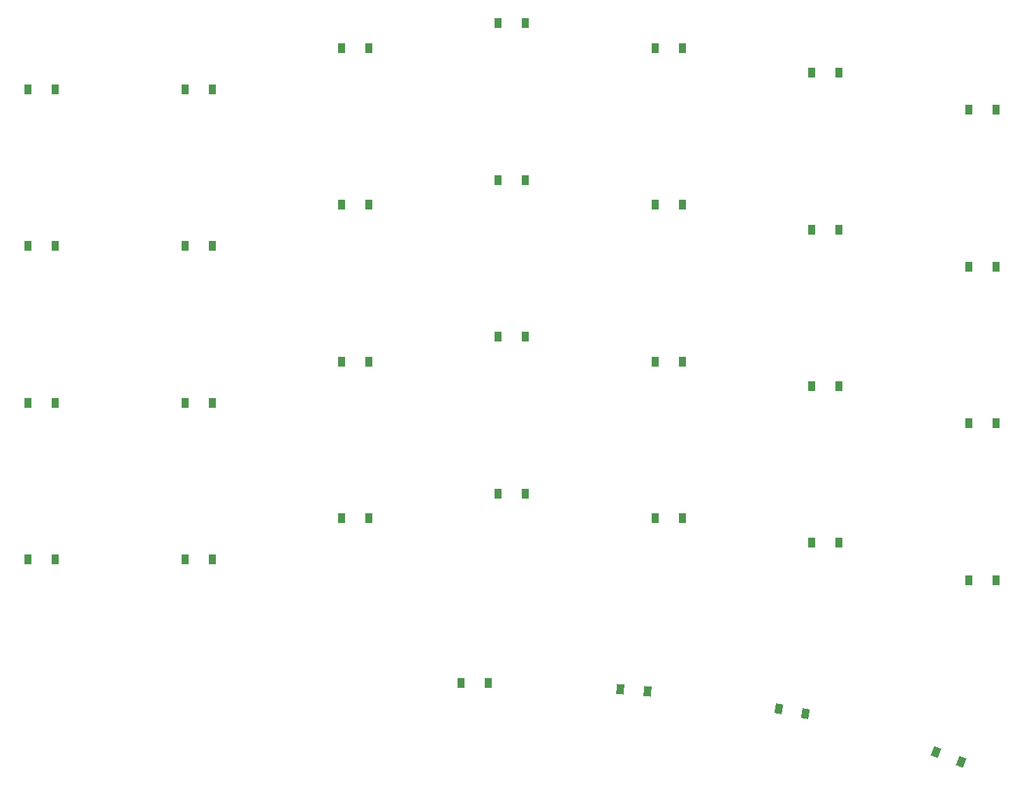
<source format=gbr>
%TF.GenerationSoftware,KiCad,Pcbnew,8.0.6*%
%TF.CreationDate,2024-11-09T22:39:55-08:00*%
%TF.ProjectId,altair,616c7461-6972-42e6-9b69-6361645f7063,v1.0.0*%
%TF.SameCoordinates,Original*%
%TF.FileFunction,Paste,Top*%
%TF.FilePolarity,Positive*%
%FSLAX46Y46*%
G04 Gerber Fmt 4.6, Leading zero omitted, Abs format (unit mm)*
G04 Created by KiCad (PCBNEW 8.0.6) date 2024-11-09 22:39:55*
%MOMM*%
%LPD*%
G01*
G04 APERTURE LIST*
G04 Aperture macros list*
%AMRotRect*
0 Rectangle, with rotation*
0 The origin of the aperture is its center*
0 $1 length*
0 $2 width*
0 $3 Rotation angle, in degrees counterclockwise*
0 Add horizontal line*
21,1,$1,$2,0,0,$3*%
G04 Aperture macros list end*
%ADD10R,0.900000X1.200000*%
%ADD11RotRect,0.900000X1.200000X355.000000*%
%ADD12RotRect,0.900000X1.200000X350.000000*%
%ADD13RotRect,0.900000X1.200000X338.000000*%
G04 APERTURE END LIST*
D10*
%TO.C,D1*%
X98350000Y-105000000D03*
X101650000Y-105000000D03*
%TD*%
%TO.C,D2*%
X98350000Y-86000000D03*
X101650000Y-86000000D03*
%TD*%
%TO.C,D3*%
X98350000Y-67000000D03*
X101650000Y-67000000D03*
%TD*%
%TO.C,D4*%
X98350000Y-48000000D03*
X101650000Y-48000000D03*
%TD*%
%TO.C,D5*%
X117350000Y-105000000D03*
X120650000Y-105000000D03*
%TD*%
%TO.C,D6*%
X117350000Y-86000000D03*
X120650000Y-86000000D03*
%TD*%
%TO.C,D7*%
X117350000Y-67000000D03*
X120650000Y-67000000D03*
%TD*%
%TO.C,D8*%
X117350000Y-48000000D03*
X120650000Y-48000000D03*
%TD*%
%TO.C,D9*%
X136350000Y-100000000D03*
X139650000Y-100000000D03*
%TD*%
%TO.C,D10*%
X136350000Y-81000000D03*
X139650000Y-81000000D03*
%TD*%
%TO.C,D11*%
X136350000Y-62000000D03*
X139650000Y-62000000D03*
%TD*%
%TO.C,D12*%
X136350000Y-43000000D03*
X139650000Y-43000000D03*
%TD*%
%TO.C,D13*%
X155350000Y-97000000D03*
X158650000Y-97000000D03*
%TD*%
%TO.C,D14*%
X155350000Y-78000000D03*
X158650000Y-78000000D03*
%TD*%
%TO.C,D15*%
X155350000Y-59000000D03*
X158650000Y-59000000D03*
%TD*%
%TO.C,D16*%
X155350000Y-40000000D03*
X158650000Y-40000000D03*
%TD*%
%TO.C,D17*%
X174350000Y-100000000D03*
X177650000Y-100000000D03*
%TD*%
%TO.C,D18*%
X174350000Y-81000000D03*
X177650000Y-81000000D03*
%TD*%
%TO.C,D19*%
X174350000Y-62000000D03*
X177650000Y-62000000D03*
%TD*%
%TO.C,D20*%
X174350000Y-43000000D03*
X177650000Y-43000000D03*
%TD*%
%TO.C,D21*%
X193350000Y-103000000D03*
X196650000Y-103000000D03*
%TD*%
%TO.C,D22*%
X193350000Y-84000000D03*
X196650000Y-84000000D03*
%TD*%
%TO.C,D23*%
X193350000Y-65000000D03*
X196650000Y-65000000D03*
%TD*%
%TO.C,D24*%
X193350000Y-46000000D03*
X196650000Y-46000000D03*
%TD*%
%TO.C,D25*%
X212350000Y-107500000D03*
X215650000Y-107500000D03*
%TD*%
%TO.C,D26*%
X212350000Y-88500000D03*
X215650000Y-88500000D03*
%TD*%
%TO.C,D27*%
X212350000Y-69500000D03*
X215650000Y-69500000D03*
%TD*%
%TO.C,D28*%
X212350000Y-50500000D03*
X215650000Y-50500000D03*
%TD*%
%TO.C,D29*%
X150850000Y-120000000D03*
X154150000Y-120000000D03*
%TD*%
D11*
%TO.C,D30*%
X170166849Y-120742972D03*
X173454291Y-121030586D03*
%TD*%
D12*
%TO.C,D31*%
X189351130Y-123123445D03*
X192600996Y-123696483D03*
%TD*%
D13*
%TO.C,D32*%
X208385152Y-128331258D03*
X211444858Y-129567460D03*
%TD*%
M02*

</source>
